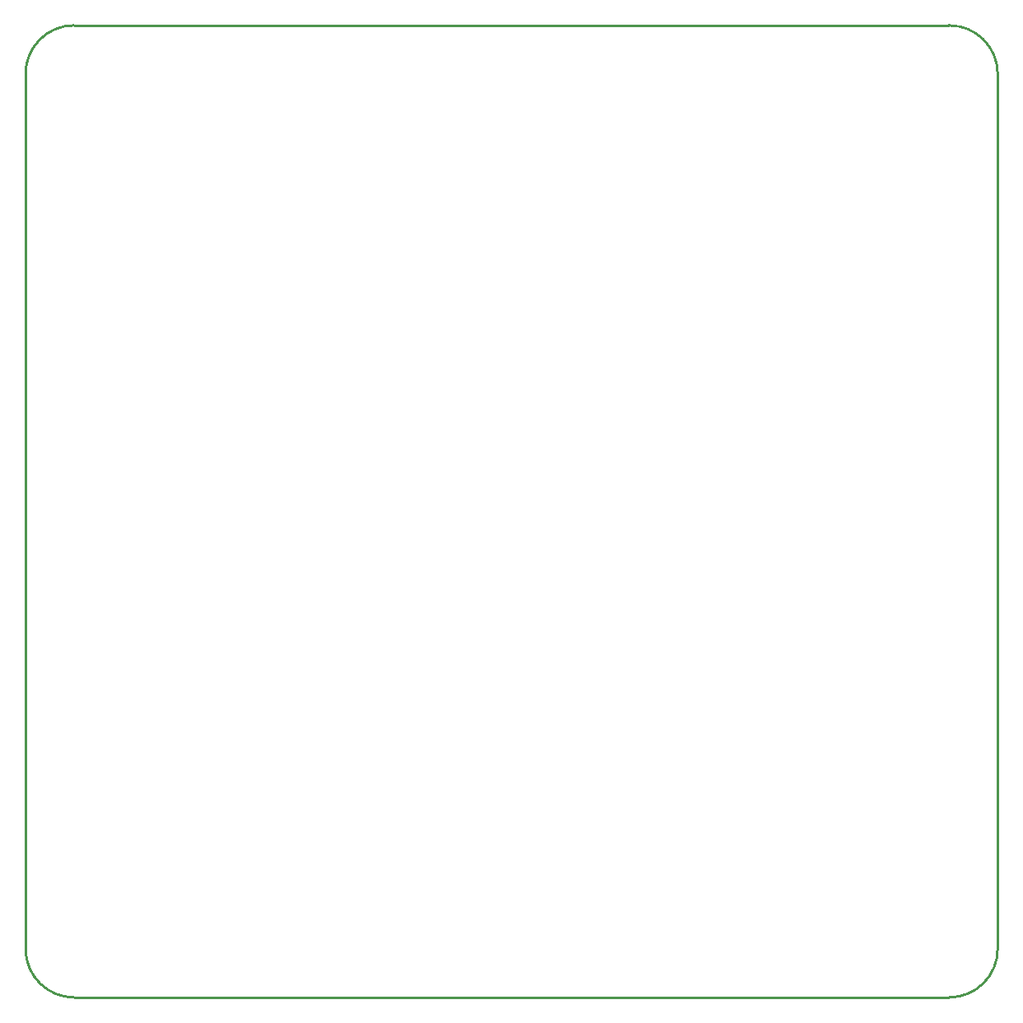
<source format=gko>
G04*
G04 #@! TF.GenerationSoftware,Altium Limited,Altium Designer,19.0.4 (130)*
G04*
G04 Layer_Color=16711935*
%FSLAX25Y25*%
%MOIN*%
G70*
G01*
G75*
%ADD10C,0.01000*%
D10*
Y19500D02*
G03*
X19701Y-0I19600J100D01*
G01*
X374201Y0D02*
G03*
X393701Y19701I-100J19600D01*
G01*
Y374201D02*
G03*
X374000Y393701I-19600J-100D01*
G01*
X19500D02*
G03*
X0Y374000I100J-19600D01*
G01*
Y19685D02*
Y374016D01*
X19685Y393701D02*
X374016D01*
X19685Y0D02*
X374016D01*
X393701Y19685D02*
Y374016D01*
M02*

</source>
